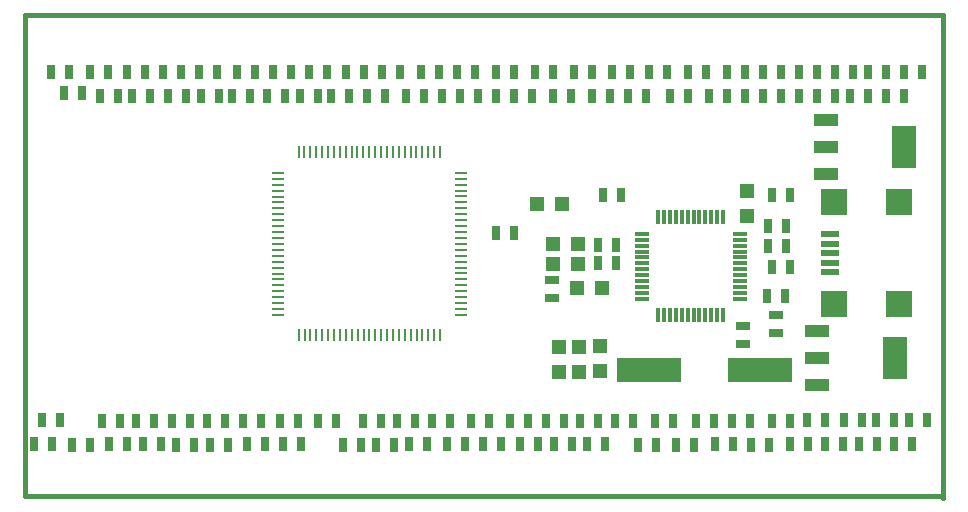
<source format=gtp>
G04 (created by PCBNEW-RS274X (2012-01-19 BZR 3256)-stable) date Tue 07 Aug 2012 08:30:04 PM COT*
G01*
G70*
G90*
%MOIN*%
G04 Gerber Fmt 3.4, Leading zero omitted, Abs format*
%FSLAX34Y34*%
G04 APERTURE LIST*
%ADD10C,0.006000*%
%ADD11C,0.015000*%
%ADD12R,0.010000X0.040000*%
%ADD13R,0.040000X0.010000*%
%ADD14R,0.080000X0.144000*%
%ADD15R,0.080000X0.040000*%
%ADD16R,0.047200X0.047200*%
%ADD17R,0.025000X0.045000*%
%ADD18R,0.216500X0.078700*%
%ADD19R,0.047200X0.011800*%
%ADD20R,0.011800X0.047200*%
%ADD21R,0.045000X0.025000*%
%ADD22R,0.063000X0.021700*%
%ADD23R,0.090600X0.086600*%
G04 APERTURE END LIST*
G54D10*
G54D11*
X39400Y-34450D02*
X39400Y-18400D01*
X70000Y-34450D02*
X39400Y-34450D01*
X70000Y-34400D02*
X70000Y-34450D01*
X70000Y-34500D02*
X70000Y-34400D01*
X70000Y-34400D02*
X70000Y-34500D01*
X70000Y-18400D02*
X70000Y-34400D01*
X39400Y-18400D02*
X70000Y-18400D01*
G54D12*
X48506Y-22993D03*
X53226Y-22993D03*
X53026Y-22993D03*
X52836Y-22993D03*
X52636Y-22993D03*
X52436Y-22993D03*
X52246Y-22993D03*
X52046Y-22993D03*
X51846Y-22993D03*
X51656Y-22993D03*
X51456Y-22993D03*
X51256Y-22993D03*
X51056Y-22993D03*
X50866Y-22993D03*
X50666Y-22993D03*
X50466Y-22993D03*
X50276Y-22993D03*
X50076Y-22993D03*
X49876Y-22993D03*
X49686Y-22993D03*
X49486Y-22993D03*
X49286Y-22993D03*
X49096Y-22993D03*
X48896Y-22993D03*
X48696Y-22993D03*
G54D13*
X53916Y-23683D03*
X53916Y-28403D03*
X53916Y-28203D03*
X53916Y-28013D03*
X53916Y-27813D03*
X53916Y-27613D03*
X53916Y-27423D03*
X53916Y-27223D03*
X53916Y-27023D03*
X53916Y-26833D03*
X53916Y-26633D03*
X53916Y-26433D03*
X53916Y-26233D03*
X53916Y-26043D03*
X53916Y-25843D03*
X53916Y-25643D03*
X53916Y-25453D03*
X53916Y-25253D03*
X53916Y-25053D03*
X53916Y-24863D03*
X53916Y-24663D03*
X53916Y-24463D03*
X53916Y-24273D03*
X53916Y-24073D03*
X53916Y-23873D03*
X47816Y-23683D03*
X47816Y-23883D03*
X47816Y-24073D03*
X47816Y-24273D03*
X47816Y-24473D03*
X47816Y-24663D03*
X47816Y-24863D03*
X47816Y-25063D03*
X47816Y-25253D03*
X47816Y-25453D03*
X47816Y-25653D03*
X47816Y-25853D03*
X47816Y-26043D03*
X47816Y-26243D03*
X47816Y-26443D03*
X47816Y-26633D03*
X47816Y-26833D03*
X47816Y-27033D03*
X47816Y-27223D03*
X47816Y-27423D03*
X47816Y-27623D03*
X47816Y-27813D03*
X47816Y-28013D03*
X47816Y-28213D03*
X47816Y-28403D03*
G54D12*
X48506Y-29093D03*
X48706Y-29093D03*
X48896Y-29093D03*
X49096Y-29093D03*
X49296Y-29093D03*
X49486Y-29093D03*
X49686Y-29093D03*
X49886Y-29093D03*
X50076Y-29093D03*
X50276Y-29093D03*
X50476Y-29093D03*
X50676Y-29093D03*
X50866Y-29093D03*
X51066Y-29093D03*
X51266Y-29093D03*
X51456Y-29093D03*
X51656Y-29093D03*
X51856Y-29093D03*
X52046Y-29093D03*
X52246Y-29093D03*
X52446Y-29093D03*
X52636Y-29093D03*
X52836Y-29093D03*
X53036Y-29093D03*
X53226Y-29093D03*
G54D14*
X68700Y-22800D03*
G54D15*
X66100Y-22800D03*
X66100Y-23700D03*
X66100Y-21900D03*
G54D14*
X68400Y-29850D03*
G54D15*
X65800Y-29850D03*
X65800Y-30750D03*
X65800Y-28950D03*
G54D16*
X63450Y-25113D03*
X63450Y-24287D03*
X56462Y-24725D03*
X57288Y-24725D03*
X57787Y-27500D03*
X58613Y-27500D03*
G54D17*
X64300Y-24400D03*
X64900Y-24400D03*
G54D16*
X56989Y-26063D03*
X57815Y-26063D03*
X56989Y-26713D03*
X57815Y-26713D03*
G54D18*
X63900Y-30250D03*
X60200Y-30250D03*
G54D19*
X63208Y-27873D03*
X63208Y-27676D03*
X63208Y-27479D03*
X63208Y-27283D03*
X63208Y-27086D03*
X63208Y-26889D03*
X63208Y-26693D03*
X63208Y-26496D03*
X63208Y-26299D03*
X63208Y-26103D03*
X63208Y-25906D03*
X63208Y-25709D03*
G54D20*
X62657Y-25158D03*
X62460Y-25158D03*
X62263Y-25158D03*
X62067Y-25158D03*
X61870Y-25158D03*
X61673Y-25158D03*
X61477Y-25158D03*
X61280Y-25158D03*
X61083Y-25158D03*
X60887Y-25158D03*
X60690Y-25158D03*
X60493Y-25158D03*
G54D19*
X59942Y-25709D03*
X59942Y-25906D03*
X59942Y-26103D03*
X59942Y-26299D03*
X59942Y-26496D03*
X59942Y-26693D03*
X59942Y-26889D03*
X59942Y-27086D03*
X59942Y-27283D03*
X59942Y-27479D03*
X59942Y-27676D03*
X59942Y-27873D03*
G54D20*
X60493Y-28424D03*
X60690Y-28424D03*
X60887Y-28424D03*
X61083Y-28424D03*
X61280Y-28424D03*
X61477Y-28424D03*
X61673Y-28424D03*
X61870Y-28424D03*
X62067Y-28424D03*
X62263Y-28424D03*
X62460Y-28424D03*
X62657Y-28424D03*
G54D17*
X43325Y-32725D03*
X43925Y-32725D03*
X42200Y-32725D03*
X42800Y-32725D03*
X40950Y-32750D03*
X41550Y-32750D03*
X39700Y-32725D03*
X40300Y-32725D03*
X69450Y-31900D03*
X68850Y-31900D03*
X68350Y-31900D03*
X67750Y-31900D03*
X67300Y-31900D03*
X66700Y-31900D03*
X66050Y-31900D03*
X65450Y-31900D03*
X64900Y-31950D03*
X64300Y-31950D03*
X63550Y-31950D03*
X62950Y-31950D03*
X62350Y-31950D03*
X61750Y-31950D03*
X61000Y-31950D03*
X60400Y-31950D03*
X59650Y-31950D03*
X59050Y-31950D03*
X57900Y-31950D03*
X58500Y-31950D03*
X56750Y-31950D03*
X57350Y-31950D03*
X55550Y-31950D03*
X56150Y-31950D03*
X54250Y-31950D03*
X54850Y-31950D03*
X52950Y-31950D03*
X53550Y-31950D03*
X51800Y-31950D03*
X52400Y-31950D03*
X50650Y-31950D03*
X51250Y-31950D03*
X68350Y-32700D03*
X68950Y-32700D03*
X67200Y-32700D03*
X67800Y-32700D03*
X66050Y-32725D03*
X66650Y-32725D03*
X64900Y-32725D03*
X65500Y-32725D03*
X63600Y-32750D03*
X64200Y-32750D03*
X62375Y-32725D03*
X62975Y-32725D03*
X61100Y-32750D03*
X61700Y-32750D03*
X59825Y-32750D03*
X60425Y-32750D03*
X58125Y-32700D03*
X58725Y-32700D03*
X57025Y-32700D03*
X57625Y-32700D03*
X55875Y-32700D03*
X56475Y-32700D03*
X54650Y-32725D03*
X55250Y-32725D03*
X53450Y-32700D03*
X54050Y-32700D03*
X52200Y-32725D03*
X52800Y-32725D03*
X51100Y-32750D03*
X51700Y-32750D03*
X50000Y-32750D03*
X50600Y-32750D03*
X48000Y-32725D03*
X48600Y-32725D03*
X46800Y-32725D03*
X47400Y-32725D03*
X45550Y-32750D03*
X46150Y-32750D03*
X44425Y-32750D03*
X45025Y-32750D03*
X40700Y-21000D03*
X41300Y-21000D03*
X41900Y-21100D03*
X42500Y-21100D03*
X42950Y-21100D03*
X43550Y-21100D03*
X44150Y-21100D03*
X44750Y-21100D03*
X45250Y-21100D03*
X45850Y-21100D03*
X46300Y-21100D03*
X46900Y-21100D03*
X47450Y-21100D03*
X48050Y-21100D03*
X48550Y-21100D03*
X49150Y-21100D03*
X40850Y-20300D03*
X40250Y-20300D03*
X42150Y-20300D03*
X41550Y-20300D03*
X43400Y-20300D03*
X42800Y-20300D03*
X44600Y-20300D03*
X44000Y-20300D03*
X49750Y-31950D03*
X49150Y-31950D03*
X48500Y-31950D03*
X47900Y-31950D03*
X46650Y-31950D03*
X47250Y-31950D03*
X45450Y-31950D03*
X46050Y-31950D03*
X44300Y-31950D03*
X44900Y-31950D03*
X43100Y-31950D03*
X43700Y-31950D03*
X41950Y-31950D03*
X42550Y-31950D03*
X40550Y-31925D03*
X39950Y-31925D03*
X49450Y-20300D03*
X48850Y-20300D03*
X48250Y-20300D03*
X47650Y-20300D03*
X47050Y-20300D03*
X46450Y-20300D03*
X45800Y-20300D03*
X45200Y-20300D03*
X49600Y-21100D03*
X50200Y-21100D03*
X50800Y-21100D03*
X51400Y-21100D03*
X52700Y-21100D03*
X52100Y-21100D03*
X53300Y-21100D03*
X53900Y-21100D03*
X55100Y-21100D03*
X54500Y-21100D03*
X56300Y-21100D03*
X55700Y-21100D03*
X57600Y-21100D03*
X57000Y-21100D03*
X58900Y-21100D03*
X58300Y-21100D03*
X50700Y-20300D03*
X50100Y-20300D03*
X51900Y-20300D03*
X51300Y-20300D03*
X53200Y-20300D03*
X52600Y-20300D03*
X54400Y-20300D03*
X53800Y-20300D03*
X55700Y-20300D03*
X55100Y-20300D03*
X57000Y-20300D03*
X56400Y-20300D03*
X58300Y-20300D03*
X57700Y-20300D03*
X59550Y-20300D03*
X58950Y-20300D03*
G54D21*
X64409Y-29020D03*
X64409Y-28420D03*
X63327Y-28775D03*
X63327Y-29375D03*
G54D17*
X64729Y-27795D03*
X64129Y-27795D03*
X59099Y-26693D03*
X58499Y-26693D03*
X59099Y-26083D03*
X58499Y-26083D03*
G54D21*
X56969Y-27249D03*
X56969Y-27849D03*
G54D17*
X60100Y-21100D03*
X59500Y-21100D03*
X61500Y-21100D03*
X60900Y-21100D03*
X62800Y-21100D03*
X62200Y-21100D03*
X64000Y-21100D03*
X63400Y-21100D03*
X65200Y-21100D03*
X64600Y-21100D03*
X66400Y-21100D03*
X65800Y-21100D03*
X67500Y-21100D03*
X66900Y-21100D03*
X68700Y-21100D03*
X68100Y-21100D03*
X60800Y-20300D03*
X60200Y-20300D03*
X62100Y-20300D03*
X61500Y-20300D03*
X63400Y-20300D03*
X62800Y-20300D03*
X64600Y-20300D03*
X64000Y-20300D03*
X65800Y-20300D03*
X65200Y-20300D03*
X67000Y-20300D03*
X66400Y-20300D03*
X68100Y-20300D03*
X67500Y-20300D03*
X69300Y-20300D03*
X68700Y-20300D03*
X64749Y-25433D03*
X64149Y-25433D03*
X64149Y-26122D03*
X64749Y-26122D03*
X64287Y-26811D03*
X64887Y-26811D03*
X55675Y-25675D03*
X55075Y-25675D03*
G54D16*
X58550Y-30288D03*
X58550Y-29462D03*
X57850Y-30313D03*
X57850Y-29487D03*
X57200Y-30313D03*
X57200Y-29487D03*
G54D22*
X66232Y-26350D03*
X66232Y-26035D03*
X66232Y-25718D03*
X66232Y-26665D03*
X66234Y-26980D03*
G54D23*
X66370Y-24658D03*
X66370Y-28042D03*
X68535Y-28042D03*
X68535Y-24658D03*
G54D17*
X59250Y-24400D03*
X58650Y-24400D03*
M02*

</source>
